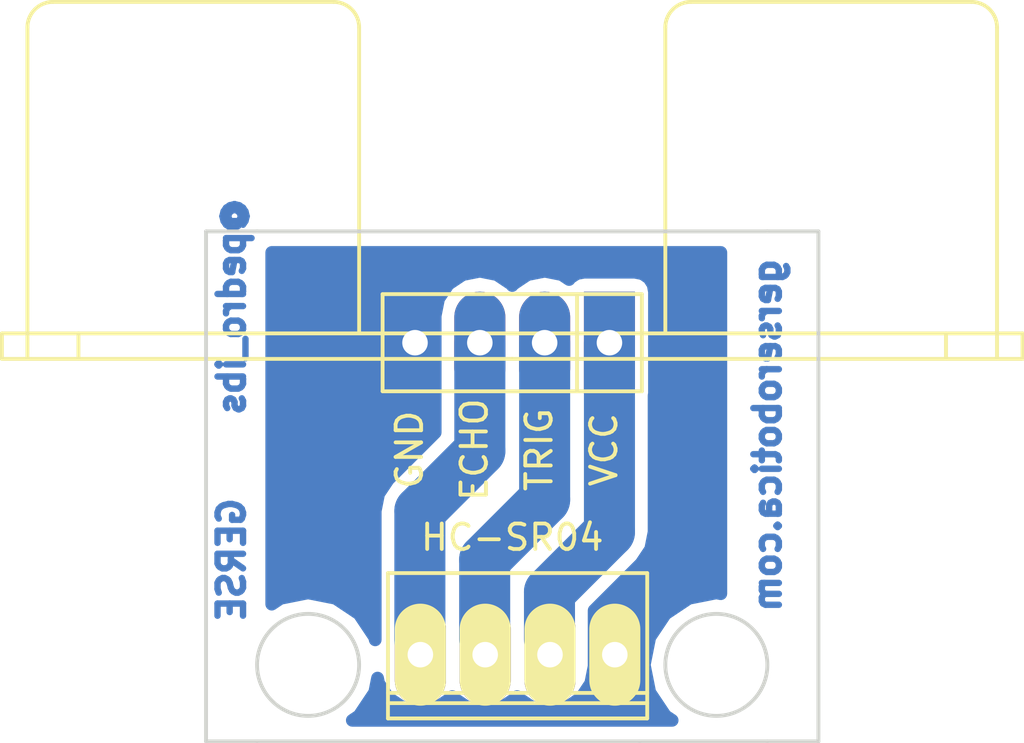
<source format=kicad_pcb>
(kicad_pcb (version 4) (host pcbnew 4.0.2+dfsg1-stable)

  (general
    (links 4)
    (no_connects 0)
    (area 20.924999 22.924999 45.075001 43.075001)
    (thickness 1.6)
    (drawings 13)
    (tracks 9)
    (zones 0)
    (modules 2)
    (nets 5)
  )

  (page A4)
  (title_block
    (title "Módulo Ultrasom HC-SR04 - Molex 2510 4 pinos ")
    (date 2017-07-11)
    (rev 1.0)
    (company "Shield Sensor Base Grover GERSE")
    (comment 2 "Pedro Igor B. S.")
  )

  (layers
    (0 F.Cu signal)
    (31 B.Cu signal)
    (32 B.Adhes user)
    (33 F.Adhes user)
    (34 B.Paste user)
    (35 F.Paste user)
    (36 B.SilkS user)
    (37 F.SilkS user)
    (38 B.Mask user)
    (39 F.Mask user)
    (40 Dwgs.User user)
    (41 Cmts.User user)
    (42 Eco1.User user)
    (43 Eco2.User user)
    (44 Edge.Cuts user)
    (45 Margin user)
    (46 B.CrtYd user)
    (47 F.CrtYd user)
    (48 B.Fab user)
    (49 F.Fab user)
  )

  (setup
    (last_trace_width 0.25)
    (user_trace_width 0.8)
    (user_trace_width 1)
    (user_trace_width 1.5)
    (user_trace_width 2)
    (user_trace_width 2.5)
    (user_trace_width 3)
    (trace_clearance 0.2)
    (zone_clearance 0.5)
    (zone_45_only no)
    (trace_min 0.2)
    (segment_width 0.2)
    (edge_width 0.15)
    (via_size 0.6)
    (via_drill 0.4)
    (via_min_size 0.4)
    (via_min_drill 0.3)
    (user_via 1.5 1)
    (user_via 2 1)
    (user_via 2.5 1)
    (user_via 3 1)
    (uvia_size 0.3)
    (uvia_drill 0.1)
    (uvias_allowed no)
    (uvia_min_size 0.2)
    (uvia_min_drill 0.1)
    (pcb_text_width 0.3)
    (pcb_text_size 1.5 1.5)
    (mod_edge_width 0.15)
    (mod_text_size 1 1)
    (mod_text_width 0.15)
    (pad_size 2 4)
    (pad_drill 1.00076)
    (pad_to_mask_clearance 0.2)
    (aux_axis_origin 0 0)
    (visible_elements 7FFFFF7F)
    (pcbplotparams
      (layerselection 0x00030_80000001)
      (usegerberextensions false)
      (excludeedgelayer true)
      (linewidth 0.100000)
      (plotframeref false)
      (viasonmask false)
      (mode 1)
      (useauxorigin false)
      (hpglpennumber 1)
      (hpglpenspeed 20)
      (hpglpendiameter 15)
      (hpglpenoverlay 2)
      (psnegative false)
      (psa4output false)
      (plotreference true)
      (plotvalue true)
      (plotinvisibletext false)
      (padsonsilk false)
      (subtractmaskfromsilk false)
      (outputformat 1)
      (mirror false)
      (drillshape 1)
      (scaleselection 1)
      (outputdirectory ""))
  )

  (net 0 "")
  (net 1 P1)
  (net 2 P2)
  (net 3 GND)
  (net 4 VCC)

  (net_class Default "This is the default net class."
    (clearance 0.2)
    (trace_width 0.25)
    (via_dia 0.6)
    (via_drill 0.4)
    (uvia_dia 0.3)
    (uvia_drill 0.1)
    (add_net GND)
    (add_net P1)
    (add_net P2)
    (add_net VCC)
  )

  (module MY_kicad:HC-SR04 (layer F.Cu) (tedit 596500F7) (tstamp 594A8ECE)
    (at 33 28)
    (path /594A7BB7)
    (fp_text reference U2 (at -6.565 -2.155) (layer F.SilkS) hide
      (effects (font (size 1 1) (thickness 0.15)))
    )
    (fp_text value HC-SR04 (at -12.7 -5.715) (layer F.Fab) hide
      (effects (font (size 1 1) (thickness 0.15)))
    )
    (fp_text user HC-SR04 (at 0 7) (layer F.SilkS)
      (effects (font (size 1 1) (thickness 0.15)))
    )
    (fp_line (start 2.54 -2.54) (end 2.54 1.27) (layer F.SilkS) (width 0.15))
    (fp_text user VCC (at 3.595 3.56 90) (layer F.SilkS)
      (effects (font (size 1 1) (thickness 0.15)))
    )
    (fp_text user TRIG (at 1.055 3.56 90) (layer F.SilkS)
      (effects (font (size 1 1) (thickness 0.15)))
    )
    (fp_text user ECHO (at -1.485 3.56 90) (layer F.SilkS)
      (effects (font (size 1 1) (thickness 0.15)))
    )
    (fp_text user GND (at -4.025 3.56 90) (layer F.SilkS)
      (effects (font (size 1 1) (thickness 0.15)))
    )
    (fp_line (start -5.08 1.27) (end -5.08 -2.54) (layer F.SilkS) (width 0.15))
    (fp_line (start -5.08 -2.54) (end 5.08 -2.54) (layer F.SilkS) (width 0.15))
    (fp_line (start 5.08 -2.54) (end 5.08 1.27) (layer F.SilkS) (width 0.15))
    (fp_line (start 5.08 1.27) (end -5.08 1.27) (layer F.SilkS) (width 0.15))
    (fp_line (start 19 -13) (end 19 -1) (layer F.SilkS) (width 0.15))
    (fp_line (start 18 -14) (end 7 -14) (layer F.SilkS) (width 0.15))
    (fp_line (start 6 -13) (end 6 -1) (layer F.SilkS) (width 0.15))
    (fp_line (start -6 -13) (end -6 -1) (layer F.SilkS) (width 0.15))
    (fp_line (start -18 -14) (end -7 -14) (layer F.SilkS) (width 0.15))
    (fp_line (start -19 -1) (end -19 -13) (layer F.SilkS) (width 0.15))
    (fp_arc (start 18 -13) (end 18 -14) (angle 90) (layer F.SilkS) (width 0.15))
    (fp_arc (start 7 -13) (end 6 -13) (angle 90) (layer F.SilkS) (width 0.15))
    (fp_arc (start -18 -13) (end -19 -13) (angle 90) (layer F.SilkS) (width 0.15))
    (fp_arc (start -7 -13) (end -7 -14) (angle 90) (layer F.SilkS) (width 0.15))
    (fp_line (start 17 -1) (end 17 0) (layer F.SilkS) (width 0.15))
    (fp_line (start 19 -1) (end 19 0) (layer F.SilkS) (width 0.15))
    (fp_line (start -17 -1) (end -17 0) (layer F.SilkS) (width 0.15))
    (fp_line (start -19 -1) (end -19 0) (layer F.SilkS) (width 0.15))
    (fp_line (start -20 0) (end -20 -1) (layer F.SilkS) (width 0.15))
    (fp_line (start -20 -1) (end 20 -1) (layer F.SilkS) (width 0.15))
    (fp_line (start 20 -1) (end 20 0) (layer F.SilkS) (width 0.15))
    (fp_line (start 0 0) (end 20 0) (layer F.SilkS) (width 0.15))
    (fp_line (start 0 0) (end -20 0) (layer F.SilkS) (width 0.15))
    (pad 4 thru_hole oval (at -3.81 -0.635) (size 2 4) (drill 1) (layers *.Cu *.Mask)
      (net 3 GND))
    (pad 3 thru_hole oval (at -1.27 -0.635) (size 2 4) (drill 1) (layers *.Cu *.Mask)
      (net 2 P2))
    (pad 2 thru_hole oval (at 1.27 -0.635) (size 2 4) (drill 1) (layers *.Cu *.Mask)
      (net 1 P1))
    (pad 1 thru_hole rect (at 3.81 -0.635) (size 2 4) (drill 1) (layers *.Cu *.Mask)
      (net 4 VCC))
  )

  (module MY_kicad:molex_2510 (layer F.Cu) (tedit 594A8EF0) (tstamp 594A7ED3)
    (at 29.4 39.6)
    (path /594A7B63)
    (fp_text reference P2 (at 0 -3.81) (layer F.SilkS) hide
      (effects (font (size 1 1) (thickness 0.15)))
    )
    (fp_text value CON1 (at 3.69 -2.43) (layer F.Fab) hide
      (effects (font (size 1 1) (thickness 0.15)))
    )
    (fp_line (start -1.27 1.5) (end 8.89 1.5) (layer F.SilkS) (width 0.15))
    (fp_line (start -1.27 1.9) (end 8.89 1.9) (layer F.SilkS) (width 0.15))
    (fp_line (start 8.89 2.5) (end 8.89 -3.2) (layer F.SilkS) (width 0.15))
    (fp_line (start -1.27 -3.2) (end 8.89 -3.2) (layer F.SilkS) (width 0.15))
    (fp_line (start -1.27 2.5) (end -1.27 -3.2) (layer F.SilkS) (width 0.15))
    (fp_line (start -1.27 2.5) (end 8.89 2.5) (layer F.SilkS) (width 0.15))
    (pad 1 thru_hole oval (at 0 0) (size 2 4) (drill 1) (layers *.Cu *.Mask F.SilkS)
      (net 2 P2))
    (pad 2 thru_hole oval (at 2.54 0) (size 2 4) (drill 1) (layers *.Cu *.Mask F.SilkS)
      (net 1 P1))
    (pad 3 thru_hole oval (at 5.08 0) (size 2 4) (drill 1) (layers *.Cu *.Mask F.SilkS)
      (net 4 VCC))
    (pad 4 thru_hole oval (at 7.62 0) (size 2 4) (drill 1) (layers *.Cu *.Mask F.SilkS)
      (net 3 GND))
  )

  (gr_text gerserobotica.com (at 43 31 90) (layer B.Cu)
    (effects (font (size 1 1) (thickness 0.25)) (justify mirror))
  )
  (gr_line (start 21 23) (end 23 23) (angle 90) (layer Edge.Cuts) (width 0.15))
  (gr_line (start 21 43) (end 21 23) (angle 90) (layer Edge.Cuts) (width 0.15))
  (gr_line (start 23 43) (end 21 43) (angle 90) (layer Edge.Cuts) (width 0.15))
  (gr_line (start 45 23) (end 43 23) (angle 90) (layer Edge.Cuts) (width 0.15))
  (gr_line (start 45 43) (end 45 23) (angle 90) (layer Edge.Cuts) (width 0.15))
  (gr_line (start 43 43) (end 45 43) (angle 90) (layer Edge.Cuts) (width 0.15))
  (gr_circle (center 25 40) (end 27 40) (layer Edge.Cuts) (width 0.15) (tstamp 59650007))
  (gr_circle (center 41 40) (end 43 40) (layer Edge.Cuts) (width 0.15))
  (gr_text "@pedro_ibs	GERSE" (at 22 30 90) (layer B.Cu)
    (effects (font (size 1 1) (thickness 0.25)) (justify mirror))
  )
  (gr_line (start 38 43) (end 23 43) (angle 90) (layer Edge.Cuts) (width 0.15) (tstamp 594A8DFB))
  (gr_line (start 38 43) (end 43 43) (angle 90) (layer Edge.Cuts) (width 0.15) (tstamp 594A8DFA))
  (gr_line (start 23 23) (end 43 23) (angle 90) (layer Edge.Cuts) (width 0.15) (tstamp 594A8DF7))

  (segment (start 34.27 33.52) (end 34.27 27.365) (width 2) (layer B.Cu) (net 1) (tstamp 594A911E) (status 20))
  (segment (start 31.92 39) (end 31.92 35.87) (width 2) (layer B.Cu) (net 1))
  (segment (start 31.92 35.87) (end 34.27 33.52) (width 2) (layer B.Cu) (net 1) (tstamp 594A911D))
  (segment (start 31.73 31.615) (end 31.73 27.365) (width 2) (layer B.Cu) (net 2) (tstamp 594A911A) (status 20))
  (segment (start 29.38 39) (end 29.38 33.965) (width 2) (layer B.Cu) (net 2))
  (segment (start 29.38 33.965) (end 31.73 31.615) (width 2) (layer B.Cu) (net 2) (tstamp 594A9119))
  (segment (start 34.46 39) (end 34.46 37.14) (width 2) (layer B.Cu) (net 4))
  (segment (start 34.46 37.14) (end 36.81 34.79) (width 2) (layer B.Cu) (net 4) (tstamp 594A9121))
  (segment (start 36.81 34.79) (end 36.81 27.365) (width 2) (layer B.Cu) (net 4) (tstamp 594A9122) (status 20))

  (zone (net 3) (net_name GND) (layer B.Cu) (tstamp 5965006C) (hatch edge 0.508)
    (connect_pads yes (clearance 0.5))
    (min_thickness 0.5)
    (fill yes (arc_segments 16) (thermal_gap 0.508) (thermal_bridge_width 0.508))
    (polygon
      (pts
        (xy 45 43) (xy 21 43) (xy 21 23) (xy 45 23) (xy 45 43)
      )
    )
    (filled_polygon
      (pts
        (xy 41.175 37.20981) (xy 41 37.175) (xy 39.918919 37.39004) (xy 39.002423 38.002423) (xy 38.39004 38.918919)
        (xy 38.175 40) (xy 38.39004 41.081081) (xy 39.002423 41.997577) (xy 39.267955 42.175) (xy 26.732045 42.175)
        (xy 26.997577 41.997577) (xy 27.60996 41.081081) (xy 27.722142 40.517104) (xy 27.763211 40.723572) (xy 28.142563 41.291313)
        (xy 28.710304 41.670665) (xy 29.38 41.803876) (xy 30.049696 41.670665) (xy 30.617437 41.291313) (xy 30.65 41.242579)
        (xy 30.682563 41.291313) (xy 31.250304 41.670665) (xy 31.92 41.803876) (xy 32.589696 41.670665) (xy 33.157437 41.291313)
        (xy 33.19 41.242579) (xy 33.222563 41.291313) (xy 33.790304 41.670665) (xy 34.46 41.803876) (xy 35.129696 41.670665)
        (xy 35.697437 41.291313) (xy 36.076789 40.723572) (xy 36.21 40.053876) (xy 36.21 37.864874) (xy 38.047437 36.027437)
        (xy 38.426789 35.459696) (xy 38.56 34.79) (xy 38.56 29.437556) (xy 38.574693 29.365) (xy 38.574693 25.365)
        (xy 38.522396 25.087067) (xy 38.358138 24.831802) (xy 38.107508 24.660554) (xy 37.81 24.600307) (xy 35.81 24.600307)
        (xy 35.532067 24.652604) (xy 35.276802 24.816862) (xy 35.228616 24.887385) (xy 34.939696 24.694335) (xy 34.27 24.561124)
        (xy 33.600304 24.694335) (xy 33.032563 25.073687) (xy 33 25.122421) (xy 32.967437 25.073687) (xy 32.399696 24.694335)
        (xy 31.73 24.561124) (xy 31.060304 24.694335) (xy 30.492563 25.073687) (xy 30.113211 25.641428) (xy 29.98 26.311124)
        (xy 29.98 30.890126) (xy 28.142563 32.727563) (xy 27.763211 33.295304) (xy 27.63 33.965) (xy 27.63 39.019667)
        (xy 27.60996 38.918919) (xy 26.997577 38.002423) (xy 26.081081 37.39004) (xy 25 37.175) (xy 23.918919 37.39004)
        (xy 23.575 37.619839) (xy 23.575 23.825) (xy 41.175 23.825)
      )
    )
  )
)

</source>
